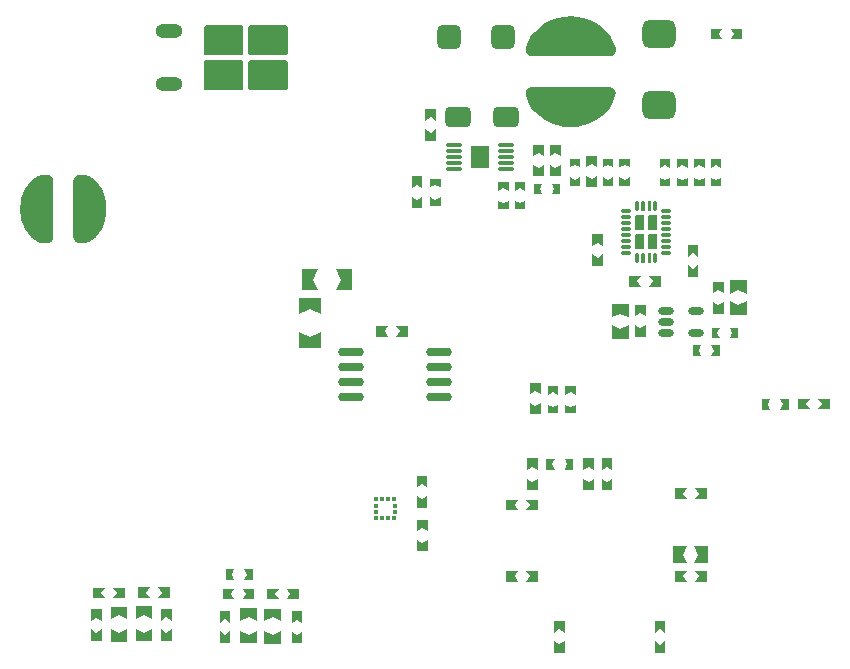
<source format=gtp>
G04 Layer_Color=8421504*
%FSLAX24Y24*%
%MOIN*%
G70*
G01*
G75*
%ADD11R,0.0157X0.0118*%
%ADD12R,0.0118X0.0157*%
%ADD15O,0.0850X0.0295*%
G04:AMPARAMS|DCode=23|XSize=82.7mil|YSize=78.7mil|CornerRadius=19.7mil|HoleSize=0mil|Usage=FLASHONLY|Rotation=90.000|XOffset=0mil|YOffset=0mil|HoleType=Round|Shape=RoundedRectangle|*
%AMROUNDEDRECTD23*
21,1,0.0827,0.0394,0,0,90.0*
21,1,0.0433,0.0787,0,0,90.0*
1,1,0.0394,0.0197,0.0217*
1,1,0.0394,0.0197,-0.0217*
1,1,0.0394,-0.0197,-0.0217*
1,1,0.0394,-0.0197,0.0217*
%
%ADD23ROUNDEDRECTD23*%
%ADD24O,0.0335X0.0118*%
%ADD25O,0.0118X0.0335*%
G04:AMPARAMS|DCode=30|XSize=94.5mil|YSize=110.2mil|CornerRadius=23.6mil|HoleSize=0mil|Usage=FLASHONLY|Rotation=270.000|XOffset=0mil|YOffset=0mil|HoleType=Round|Shape=RoundedRectangle|*
%AMROUNDEDRECTD30*
21,1,0.0945,0.0630,0,0,270.0*
21,1,0.0472,0.1102,0,0,270.0*
1,1,0.0472,-0.0315,-0.0236*
1,1,0.0472,-0.0315,0.0236*
1,1,0.0472,0.0315,0.0236*
1,1,0.0472,0.0315,-0.0236*
%
%ADD30ROUNDEDRECTD30*%
%ADD33O,0.0571X0.0118*%
%ADD34R,0.0610X0.0728*%
G04:AMPARAMS|DCode=35|XSize=86.6mil|YSize=68.9mil|CornerRadius=17.2mil|HoleSize=0mil|Usage=FLASHONLY|Rotation=0.000|XOffset=0mil|YOffset=0mil|HoleType=Round|Shape=RoundedRectangle|*
%AMROUNDEDRECTD35*
21,1,0.0866,0.0344,0,0,0.0*
21,1,0.0522,0.0689,0,0,0.0*
1,1,0.0344,0.0261,-0.0172*
1,1,0.0344,-0.0261,-0.0172*
1,1,0.0344,-0.0261,0.0172*
1,1,0.0344,0.0261,0.0172*
%
%ADD35ROUNDEDRECTD35*%
%ADD36O,0.0531X0.0236*%
%ADD96O,0.0906X0.0454*%
G36*
X48730Y29478D02*
X48376D01*
Y29872D01*
X48553Y29754D01*
X48730Y29872D01*
Y29478D01*
D02*
G37*
G36*
X49341D02*
X48986D01*
Y29872D01*
X49163Y29754D01*
X49341Y29872D01*
Y29478D01*
D02*
G37*
G36*
X43169Y29577D02*
X42992Y29695D01*
X42815Y29577D01*
Y29970D01*
X43169D01*
Y29577D01*
D02*
G37*
G36*
X46851Y29478D02*
X46496D01*
Y29872D01*
X46673Y29754D01*
X46851Y29872D01*
Y29478D01*
D02*
G37*
G36*
X49341Y30148D02*
X49163Y30266D01*
X48986Y30148D01*
Y30541D01*
X49341D01*
Y30148D01*
D02*
G37*
G36*
X47343Y30345D02*
X47421Y30167D01*
X47146D01*
Y30522D01*
X47421D01*
X47343Y30345D01*
D02*
G37*
G36*
X46851Y30148D02*
X46673Y30266D01*
X46496Y30148D01*
Y30541D01*
X46851D01*
Y30148D01*
D02*
G37*
G36*
X48730D02*
X48553Y30266D01*
X48376Y30148D01*
Y30541D01*
X48730D01*
Y30148D01*
D02*
G37*
G36*
X52490Y29193D02*
X52097D01*
X52215Y29370D01*
X52097Y29547D01*
X52490D01*
Y29193D01*
D02*
G37*
G36*
X43189Y27441D02*
X42835D01*
Y27835D01*
X43012Y27717D01*
X43189Y27835D01*
Y27441D01*
D02*
G37*
G36*
Y28110D02*
X43012Y28228D01*
X42835Y28110D01*
Y28504D01*
X43189D01*
Y28110D01*
D02*
G37*
G36*
X51693Y27333D02*
X51821Y27047D01*
X51368D01*
Y27618D01*
X51821D01*
X51693Y27333D01*
D02*
G37*
G36*
X52530Y27047D02*
X52077D01*
X52205Y27333D01*
X52077Y27618D01*
X52530D01*
Y27047D01*
D02*
G37*
G36*
X43169Y28907D02*
X42815D01*
Y29301D01*
X42992Y29183D01*
X43169Y29301D01*
Y28907D01*
D02*
G37*
G36*
X51703Y29370D02*
X51821Y29193D01*
X51427D01*
Y29547D01*
X51821D01*
X51703Y29370D01*
D02*
G37*
G36*
X46083Y28986D02*
X46201Y28809D01*
X45807D01*
Y29163D01*
X46201D01*
X46083Y28986D01*
D02*
G37*
G36*
X46870Y28809D02*
X46476D01*
X46595Y28986D01*
X46476Y29163D01*
X46870D01*
Y28809D01*
D02*
G37*
G36*
X52234Y34134D02*
X52313Y33957D01*
X52037D01*
Y34311D01*
X52313D01*
X52234Y34134D01*
D02*
G37*
G36*
X52923Y33957D02*
X52647D01*
X52726Y34134D01*
X52647Y34311D01*
X52923D01*
Y33957D01*
D02*
G37*
G36*
X47539Y32667D02*
X47362Y32746D01*
X47185Y32667D01*
Y32943D01*
X47539D01*
Y32667D01*
D02*
G37*
G36*
X46949Y32677D02*
X46772Y32795D01*
X46595Y32677D01*
Y33071D01*
X46949D01*
Y32677D01*
D02*
G37*
G36*
X41752Y34783D02*
X41870Y34606D01*
X41476D01*
Y34961D01*
X41870D01*
X41752Y34783D01*
D02*
G37*
G36*
X42539Y34606D02*
X42146D01*
X42264Y34783D01*
X42146Y34961D01*
X42539D01*
Y34606D01*
D02*
G37*
G36*
X52844Y34724D02*
X52923Y34547D01*
X52648D01*
Y34902D01*
X52923D01*
X52844Y34724D01*
D02*
G37*
G36*
X53533Y34547D02*
X53258D01*
X53336Y34724D01*
X53258Y34902D01*
X53533D01*
Y34547D01*
D02*
G37*
G36*
X48130Y32667D02*
X47953Y32746D01*
X47776Y32667D01*
Y32943D01*
X48130D01*
Y32667D01*
D02*
G37*
G36*
X55216Y32165D02*
X54941D01*
X55019Y32343D01*
X54941Y32520D01*
X55216D01*
Y32165D01*
D02*
G37*
G36*
X55807Y32362D02*
X55925Y32185D01*
X55532D01*
Y32539D01*
X55925D01*
X55807Y32362D01*
D02*
G37*
G36*
X48031Y30167D02*
X47756D01*
X47835Y30345D01*
X47756Y30522D01*
X48031D01*
Y30167D01*
D02*
G37*
G36*
X54528Y32343D02*
X54606Y32165D01*
X54331D01*
Y32520D01*
X54606D01*
X54528Y32343D01*
D02*
G37*
G36*
X47539Y32057D02*
X47185D01*
Y32333D01*
X47362Y32254D01*
X47539Y32333D01*
Y32057D01*
D02*
G37*
G36*
X46949Y32008D02*
X46595D01*
Y32402D01*
X46772Y32284D01*
X46949Y32402D01*
Y32008D01*
D02*
G37*
G36*
X56594Y32185D02*
X56201D01*
X56319Y32362D01*
X56201Y32539D01*
X56594D01*
Y32185D01*
D02*
G37*
G36*
X48130Y32057D02*
X47776D01*
Y32333D01*
X47953Y32254D01*
X48130Y32333D01*
Y32057D01*
D02*
G37*
G36*
X47756Y24734D02*
X47579Y24852D01*
X47402Y24734D01*
Y25128D01*
X47756D01*
Y24734D01*
D02*
G37*
G36*
X39006Y25049D02*
X38829Y25167D01*
X38652Y25049D01*
Y25443D01*
X39006D01*
Y25049D01*
D02*
G37*
G36*
X34006Y24449D02*
X33455D01*
Y24862D01*
X33730Y24734D01*
X34006Y24862D01*
Y24449D01*
D02*
G37*
G36*
X34656Y24459D02*
X34301D01*
Y24852D01*
X34478Y24734D01*
X34656Y24852D01*
Y24459D01*
D02*
G37*
G36*
X38297Y25118D02*
X38022Y25246D01*
X37746Y25118D01*
Y25531D01*
X38297D01*
Y25118D01*
D02*
G37*
G36*
X34656Y25128D02*
X34478Y25246D01*
X34301Y25128D01*
Y25522D01*
X34656D01*
Y25128D01*
D02*
G37*
G36*
X36614Y25059D02*
X36437Y25177D01*
X36260Y25059D01*
Y25453D01*
X36614D01*
Y25059D01*
D02*
G37*
G36*
X32323Y25118D02*
X32146Y25236D01*
X31969Y25118D01*
Y25512D01*
X32323D01*
Y25118D01*
D02*
G37*
G36*
X51102Y24724D02*
X50925Y24843D01*
X50748Y24724D01*
Y25118D01*
X51102D01*
Y24724D01*
D02*
G37*
G36*
X38297Y24370D02*
X37746D01*
Y24783D01*
X38022Y24656D01*
X38297Y24783D01*
Y24370D01*
D02*
G37*
G36*
X39006Y24380D02*
X38652D01*
Y24774D01*
X38829Y24656D01*
X39006Y24774D01*
Y24380D01*
D02*
G37*
G36*
X51102Y24055D02*
X50748D01*
Y24449D01*
X50925Y24331D01*
X51102Y24449D01*
Y24055D01*
D02*
G37*
G36*
X47756Y24065D02*
X47402D01*
Y24459D01*
X47579Y24341D01*
X47756Y24459D01*
Y24065D01*
D02*
G37*
G36*
X33169Y24439D02*
X32618D01*
Y24852D01*
X32894Y24724D01*
X33169Y24852D01*
Y24439D01*
D02*
G37*
G36*
X32323Y24449D02*
X31969D01*
Y24843D01*
X32146Y24724D01*
X32323Y24843D01*
Y24449D01*
D02*
G37*
G36*
X36614Y24390D02*
X36260D01*
Y24783D01*
X36437Y24665D01*
X36614Y24783D01*
Y24390D01*
D02*
G37*
G36*
X37490Y24380D02*
X36939D01*
Y24793D01*
X37215Y24665D01*
X37490Y24793D01*
Y24380D01*
D02*
G37*
G36*
X46083Y26614D02*
X46201Y26437D01*
X45807D01*
Y26791D01*
X46201D01*
X46083Y26614D01*
D02*
G37*
G36*
X46870Y26437D02*
X46476D01*
X46595Y26614D01*
X46476Y26791D01*
X46870D01*
Y26437D01*
D02*
G37*
G36*
X33809Y26064D02*
X33927Y25887D01*
X33533D01*
Y26241D01*
X33927D01*
X33809Y26064D01*
D02*
G37*
G36*
X34596Y25887D02*
X34203D01*
X34321Y26064D01*
X34203Y26241D01*
X34596D01*
Y25887D01*
D02*
G37*
G36*
X36663Y26663D02*
X36742Y26486D01*
X36467D01*
Y26841D01*
X36742D01*
X36663Y26663D01*
D02*
G37*
G36*
X37352Y26486D02*
X37077D01*
X37155Y26663D01*
X37077Y26841D01*
X37352D01*
Y26486D01*
D02*
G37*
G36*
X51713Y26614D02*
X51831Y26437D01*
X51437D01*
Y26791D01*
X51831D01*
X51713Y26614D01*
D02*
G37*
G36*
X52500Y26437D02*
X52106D01*
X52225Y26614D01*
X52106Y26791D01*
X52500D01*
Y26437D01*
D02*
G37*
G36*
X33091Y25886D02*
X32697D01*
X32815Y26063D01*
X32697Y26240D01*
X33091D01*
Y25886D01*
D02*
G37*
G36*
X34006Y25197D02*
X33730Y25325D01*
X33455Y25197D01*
Y25610D01*
X34006D01*
Y25197D01*
D02*
G37*
G36*
X36624Y26023D02*
X36742Y25846D01*
X36348D01*
Y26200D01*
X36742D01*
X36624Y26023D01*
D02*
G37*
G36*
X37490Y25128D02*
X37215Y25256D01*
X36939Y25128D01*
Y25541D01*
X37490D01*
Y25128D01*
D02*
G37*
G36*
X33169Y25187D02*
X32894Y25315D01*
X32618Y25187D01*
Y25600D01*
X33169D01*
Y25187D01*
D02*
G37*
G36*
X38888Y25846D02*
X38494D01*
X38612Y26024D01*
X38494Y26201D01*
X38888D01*
Y25846D01*
D02*
G37*
G36*
X32303Y26063D02*
X32421Y25886D01*
X32028D01*
Y26240D01*
X32421D01*
X32303Y26063D01*
D02*
G37*
G36*
X37411Y25846D02*
X37018D01*
X37136Y26023D01*
X37018Y26200D01*
X37411D01*
Y25846D01*
D02*
G37*
G36*
X38100Y26024D02*
X38219Y25846D01*
X37825D01*
Y26201D01*
X38219D01*
X38100Y26024D01*
D02*
G37*
G36*
X48829Y39577D02*
X48474D01*
Y39970D01*
X48652Y39852D01*
X48829Y39970D01*
Y39577D01*
D02*
G37*
G36*
X47067Y39941D02*
X46713D01*
Y40335D01*
X46890Y40217D01*
X47067Y40335D01*
Y39941D01*
D02*
G37*
G36*
X49380Y39636D02*
X49026D01*
Y39911D01*
X49203Y39833D01*
X49380Y39911D01*
Y39636D01*
D02*
G37*
G36*
X49931D02*
X49577D01*
Y39911D01*
X49754Y39833D01*
X49931Y39911D01*
Y39636D01*
D02*
G37*
G36*
X51850Y40236D02*
X51673Y40315D01*
X51496Y40236D01*
Y40512D01*
X51850D01*
Y40236D01*
D02*
G37*
G36*
X52421D02*
X52244Y40315D01*
X52067Y40236D01*
Y40512D01*
X52421D01*
Y40236D01*
D02*
G37*
G36*
X47618Y39941D02*
X47264D01*
Y40335D01*
X47441Y40217D01*
X47618Y40335D01*
Y39941D01*
D02*
G37*
G36*
X51280Y40236D02*
X51102Y40315D01*
X50925Y40236D01*
Y40512D01*
X51280D01*
Y40236D01*
D02*
G37*
G36*
X48278Y39636D02*
X47923D01*
Y39911D01*
X48100Y39833D01*
X48278Y39911D01*
Y39636D01*
D02*
G37*
G36*
X43012Y39547D02*
X42835Y39665D01*
X42657Y39547D01*
Y39941D01*
X43012D01*
Y39547D01*
D02*
G37*
G36*
X43622Y39577D02*
X43445Y39655D01*
X43268Y39577D01*
Y39852D01*
X43622D01*
Y39577D01*
D02*
G37*
G36*
X45886Y39468D02*
X45709Y39547D01*
X45532Y39468D01*
Y39744D01*
X45886D01*
Y39468D01*
D02*
G37*
G36*
X46437Y39469D02*
X46260Y39547D01*
X46083Y39469D01*
Y39744D01*
X46437D01*
Y39469D01*
D02*
G37*
G36*
X52421Y39626D02*
X52067D01*
Y39902D01*
X52244Y39823D01*
X52421Y39902D01*
Y39626D01*
D02*
G37*
G36*
X52972D02*
X52618D01*
Y39902D01*
X52795Y39823D01*
X52972Y39902D01*
Y39626D01*
D02*
G37*
G36*
X51280D02*
X50925D01*
Y39902D01*
X51102Y39823D01*
X51280Y39902D01*
Y39626D01*
D02*
G37*
G36*
X51850D02*
X51496D01*
Y39902D01*
X51673Y39823D01*
X51850Y39902D01*
Y39626D01*
D02*
G37*
G36*
X38476Y43811D02*
X38507Y43780D01*
X38523Y43740D01*
X38523Y43719D01*
X38523Y43719D01*
X38523Y42922D01*
X38523Y42900D01*
X38506Y42860D01*
X38474Y42829D01*
X38434Y42813D01*
X38412Y42814D01*
X38412Y42814D01*
X37312Y42814D01*
X37290Y42814D01*
X37250Y42831D01*
X37220Y42863D01*
X37204Y42903D01*
X37204Y42925D01*
X37204Y43719D01*
Y43730D01*
X37208Y43750D01*
X37216Y43770D01*
X37228Y43787D01*
X37235Y43794D01*
X37235Y43794D01*
X37243Y43802D01*
X37262Y43815D01*
X37282Y43823D01*
X37304Y43827D01*
X37315Y43827D01*
X37315Y43827D01*
X38415Y43827D01*
X38436Y43827D01*
X38476Y43811D01*
D02*
G37*
G36*
X48175Y45263D02*
X48393Y45218D01*
X48604Y45146D01*
X48803Y45045D01*
X48987Y44920D01*
X49153Y44771D01*
X49155Y44768D01*
X49260Y44642D01*
X49344Y44500D01*
X49406Y44348D01*
X49448Y44213D01*
X49456Y44140D01*
X49437Y44069D01*
X49394Y44010D01*
X49332Y43971D01*
X49260Y43957D01*
X46654D01*
X46580Y43972D01*
X46516Y44012D01*
X46471Y44073D01*
X46452Y44146D01*
X46460Y44221D01*
X46501Y44351D01*
X46561Y44501D01*
X46645Y44641D01*
X46748Y44766D01*
X46753Y44771D01*
X46919Y44920D01*
X47103Y45045D01*
X47302Y45146D01*
X47512Y45218D01*
X47730Y45263D01*
X47953Y45277D01*
X48175Y45263D01*
D02*
G37*
G36*
X43464Y41791D02*
X43287Y41909D01*
X43110Y41791D01*
Y42185D01*
X43464D01*
Y41791D01*
D02*
G37*
G36*
X35839Y43827D02*
X36939D01*
X36961Y43827D01*
X37001Y43810D01*
X37031Y43778D01*
X37047Y43738D01*
X37047Y43716D01*
X37047Y43716D01*
X37047Y42922D01*
Y42911D01*
X37043Y42891D01*
X37035Y42871D01*
X37023Y42854D01*
X37016Y42846D01*
X37016Y42846D01*
X37008Y42839D01*
X36989Y42826D01*
X36969Y42818D01*
X36947Y42813D01*
X36936Y42813D01*
X36936Y42813D01*
X35837Y42813D01*
X35815Y42813D01*
X35775Y42830D01*
X35744Y42860D01*
X35728Y42900D01*
X35728Y42922D01*
X35728Y42922D01*
X35728Y43719D01*
X35728Y43741D01*
X35745Y43781D01*
X35777Y43811D01*
X35817Y43827D01*
X35839Y43827D01*
D02*
G37*
G36*
X37000Y44981D02*
X37031Y44951D01*
X37047Y44911D01*
X37047Y44889D01*
X37047Y44889D01*
X37047Y44092D01*
X37047Y44070D01*
X37030Y44030D01*
X36998Y44000D01*
X36958Y43984D01*
X36936Y43984D01*
X36936Y43984D01*
X35836Y43984D01*
X35814Y43985D01*
X35774Y44002D01*
X35744Y44033D01*
X35728Y44074D01*
X35728Y44095D01*
X35728Y44890D01*
Y44900D01*
X35732Y44921D01*
X35740Y44940D01*
X35752Y44958D01*
X35759Y44965D01*
X35759Y44965D01*
X35767Y44973D01*
X35786Y44985D01*
X35806Y44994D01*
X35828Y44998D01*
X35839Y44998D01*
X35839Y44998D01*
X36939Y44998D01*
X36960Y44998D01*
X37000Y44981D01*
D02*
G37*
G36*
X38476D02*
X38507Y44951D01*
X38523Y44911D01*
X38523Y44889D01*
X38523Y44889D01*
X38523Y44092D01*
X38523Y44070D01*
X38506Y44030D01*
X38474Y44000D01*
X38434Y43984D01*
X38412Y43984D01*
X38412Y43984D01*
X37312Y43984D01*
X37290Y43985D01*
X37250Y44002D01*
X37220Y44033D01*
X37204Y44074D01*
X37204Y44095D01*
X37204Y44890D01*
Y44900D01*
X37208Y44921D01*
X37216Y44940D01*
X37228Y44958D01*
X37235Y44965D01*
X37235Y44965D01*
X37243Y44973D01*
X37262Y44985D01*
X37282Y44994D01*
X37304Y44998D01*
X37315Y44998D01*
X37315Y44998D01*
X38415Y44998D01*
X38436Y44998D01*
X38476Y44981D01*
D02*
G37*
G36*
X52894Y44685D02*
X53012Y44508D01*
X52618D01*
Y44862D01*
X53012D01*
X52894Y44685D01*
D02*
G37*
G36*
X53681Y44508D02*
X53287D01*
X53406Y44685D01*
X53287Y44862D01*
X53681D01*
Y44508D01*
D02*
G37*
G36*
X49326Y42899D02*
X49390Y42858D01*
X49435Y42797D01*
X49454Y42724D01*
X49445Y42649D01*
X49405Y42520D01*
X49344Y42369D01*
X49261Y42229D01*
X49157Y42104D01*
X49153Y42099D01*
X48987Y41950D01*
X48803Y41825D01*
X48604Y41725D01*
X48393Y41652D01*
X48175Y41607D01*
X47953Y41593D01*
X47730Y41607D01*
X47512Y41652D01*
X47302Y41725D01*
X47103Y41825D01*
X46919Y41950D01*
X46753Y42099D01*
X46751Y42102D01*
X46645Y42228D01*
X46561Y42370D01*
X46500Y42523D01*
X46458Y42657D01*
X46449Y42730D01*
X46468Y42801D01*
X46512Y42860D01*
X46574Y42899D01*
X46646Y42913D01*
X49252D01*
X49326Y42899D01*
D02*
G37*
G36*
X49380Y40246D02*
X49203Y40324D01*
X49026Y40246D01*
Y40521D01*
X49380D01*
Y40246D01*
D02*
G37*
G36*
X49931D02*
X49754Y40324D01*
X49577Y40246D01*
Y40521D01*
X49931D01*
Y40246D01*
D02*
G37*
G36*
X52972Y40236D02*
X52795Y40315D01*
X52618Y40236D01*
Y40512D01*
X52972D01*
Y40236D01*
D02*
G37*
G36*
X48278Y40246D02*
X48100Y40324D01*
X47923Y40246D01*
Y40521D01*
X48278D01*
Y40246D01*
D02*
G37*
G36*
X47618Y40610D02*
X47441Y40728D01*
X47264Y40610D01*
Y41004D01*
X47618D01*
Y40610D01*
D02*
G37*
G36*
X43464Y41122D02*
X43110D01*
Y41516D01*
X43287Y41398D01*
X43464Y41516D01*
Y41122D01*
D02*
G37*
G36*
X48829Y40246D02*
X48652Y40364D01*
X48474Y40246D01*
Y40640D01*
X48829D01*
Y40246D01*
D02*
G37*
G36*
X47067Y40610D02*
X46890Y40728D01*
X46713Y40610D01*
Y41004D01*
X47067D01*
Y40610D01*
D02*
G37*
G36*
X40679Y36142D02*
X40128D01*
X40285Y36496D01*
X40128Y36850D01*
X40679D01*
Y36142D01*
D02*
G37*
G36*
X50177Y36447D02*
X50295Y36270D01*
X49902D01*
Y36624D01*
X50295D01*
X50177Y36447D01*
D02*
G37*
G36*
X53051Y36043D02*
X52874Y36161D01*
X52697Y36043D01*
Y36437D01*
X53051D01*
Y36043D01*
D02*
G37*
G36*
X39380Y36496D02*
X39537Y36142D01*
X38986D01*
Y36850D01*
X39537D01*
X39380Y36496D01*
D02*
G37*
G36*
X50402Y37380D02*
X50417Y37342D01*
Y37106D01*
X50402Y37069D01*
X50364Y37053D01*
X50327Y37069D01*
X50311Y37106D01*
Y37342D01*
X50327Y37380D01*
X50364Y37396D01*
X50402Y37380D01*
D02*
G37*
G36*
X50618D02*
X50634Y37342D01*
Y37106D01*
X50618Y37069D01*
X50581Y37053D01*
X50543Y37069D01*
X50527Y37106D01*
Y37342D01*
X50543Y37380D01*
X50581Y37396D01*
X50618Y37380D01*
D02*
G37*
G36*
X50965Y36270D02*
X50571D01*
X50689Y36447D01*
X50571Y36624D01*
X50965D01*
Y36270D01*
D02*
G37*
G36*
X52205Y36594D02*
X51850D01*
Y36988D01*
X52027Y36870D01*
X52205Y36988D01*
Y36594D01*
D02*
G37*
G36*
X53829Y36033D02*
X53543Y36161D01*
X53258Y36033D01*
Y36486D01*
X53829D01*
Y36033D01*
D02*
G37*
G36*
X50453Y34606D02*
X50098D01*
Y35000D01*
X50276Y34882D01*
X50453Y35000D01*
Y34606D01*
D02*
G37*
G36*
X49892Y35246D02*
X49606Y35374D01*
X49321Y35246D01*
Y35699D01*
X49892D01*
Y35246D01*
D02*
G37*
G36*
X39616Y34213D02*
X38907D01*
Y34764D01*
X39262Y34606D01*
X39616Y34764D01*
Y34213D01*
D02*
G37*
G36*
X49892Y34537D02*
X49321D01*
Y34990D01*
X49606Y34862D01*
X49892Y34990D01*
Y34537D01*
D02*
G37*
G36*
X53051Y35374D02*
X52697D01*
Y35768D01*
X52874Y35650D01*
X53051Y35768D01*
Y35374D01*
D02*
G37*
G36*
X53829Y35325D02*
X53258D01*
Y35778D01*
X53543Y35650D01*
X53829Y35778D01*
Y35325D01*
D02*
G37*
G36*
X50453Y35276D02*
X50276Y35394D01*
X50098Y35276D01*
Y35669D01*
X50453D01*
Y35276D01*
D02*
G37*
G36*
X39616Y35354D02*
X39262Y35512D01*
X38907Y35354D01*
Y35906D01*
X39616D01*
Y35354D01*
D02*
G37*
G36*
X45886Y38858D02*
X45532D01*
Y39134D01*
X45709Y39055D01*
X45886Y39134D01*
Y38858D01*
D02*
G37*
G36*
X46437Y38858D02*
X46083D01*
Y39134D01*
X46260Y39055D01*
X46437Y39134D01*
Y38858D01*
D02*
G37*
G36*
X50402Y39112D02*
X50417Y39075D01*
Y38839D01*
X50402Y38801D01*
X50364Y38785D01*
X50327Y38801D01*
X50311Y38839D01*
Y39075D01*
X50327Y39112D01*
X50364Y39128D01*
X50402Y39112D01*
D02*
G37*
G36*
X50618D02*
X50634Y39075D01*
Y38839D01*
X50618Y38801D01*
X50581Y38785D01*
X50543Y38801D01*
X50527Y38839D01*
Y39075D01*
X50543Y39112D01*
X50581Y39128D01*
X50618Y39112D01*
D02*
G37*
G36*
X46920Y39528D02*
X46998Y39350D01*
X46723D01*
Y39705D01*
X46998D01*
X46920Y39528D01*
D02*
G37*
G36*
X47608Y39350D02*
X47333D01*
X47411Y39528D01*
X47333Y39705D01*
X47608D01*
Y39350D01*
D02*
G37*
G36*
X43012Y38878D02*
X42657D01*
Y39272D01*
X42835Y39154D01*
X43012Y39272D01*
Y38878D01*
D02*
G37*
G36*
X43622Y38967D02*
X43268D01*
Y39242D01*
X43445Y39163D01*
X43622Y39242D01*
Y38967D01*
D02*
G37*
G36*
X50817Y38655D02*
X50839Y38634D01*
X50846Y38604D01*
Y38211D01*
X50839Y38181D01*
X50817Y38159D01*
X50787Y38152D01*
X50591D01*
X50561Y38159D01*
X50539Y38181D01*
X50532Y38211D01*
Y38604D01*
X50539Y38634D01*
X50561Y38655D01*
X50591Y38663D01*
X50787D01*
X50817Y38655D01*
D02*
G37*
G36*
X50384Y38025D02*
X50405Y38004D01*
X50413Y37974D01*
Y37581D01*
X50405Y37551D01*
X50384Y37529D01*
X50354Y37522D01*
X50157D01*
X50128Y37529D01*
X50106Y37551D01*
X50098Y37581D01*
Y37974D01*
X50106Y38004D01*
X50128Y38025D01*
X50157Y38033D01*
X50354D01*
X50384Y38025D01*
D02*
G37*
G36*
X50817D02*
X50839Y38004D01*
X50846Y37974D01*
Y37581D01*
X50839Y37551D01*
X50817Y37529D01*
X50787Y37522D01*
X50591D01*
X50561Y37529D01*
X50539Y37551D01*
X50532Y37581D01*
Y37974D01*
X50539Y38004D01*
X50561Y38025D01*
X50591Y38033D01*
X50787D01*
X50817Y38025D01*
D02*
G37*
G36*
X49035Y36949D02*
X48681D01*
Y37343D01*
X48858Y37224D01*
X49035Y37343D01*
Y36949D01*
D02*
G37*
G36*
X52205Y37264D02*
X52027Y37382D01*
X51850Y37264D01*
Y37657D01*
X52205D01*
Y37264D01*
D02*
G37*
G36*
X31775Y39988D02*
X31890Y39953D01*
X31996Y39896D01*
X32090Y39820D01*
X32120Y39790D01*
X32232Y39661D01*
X32325Y39519D01*
X32397Y39365D01*
X32399Y39362D01*
X32444Y39222D01*
X32471Y39077D01*
X32480Y38930D01*
X32480Y38799D01*
X32471Y38644D01*
X32442Y38491D01*
X32394Y38343D01*
X32394Y38342D01*
X32324Y38194D01*
X32234Y38057D01*
X32127Y37934D01*
X32084Y37891D01*
X31993Y37817D01*
X31891Y37762D01*
X31779Y37728D01*
X31663Y37717D01*
X31594D01*
X31528Y37727D01*
X31467Y37758D01*
X31419Y37806D01*
X31389Y37866D01*
X31378Y37933D01*
Y39783D01*
X31389Y39850D01*
X31419Y39911D01*
X31467Y39959D01*
X31528Y39989D01*
X31594Y40000D01*
X31655D01*
X31775Y39988D01*
D02*
G37*
G36*
X50384Y38655D02*
X50405Y38634D01*
X50413Y38604D01*
Y38211D01*
X50405Y38181D01*
X50384Y38159D01*
X50354Y38152D01*
X50157D01*
X50128Y38159D01*
X50106Y38181D01*
X50098Y38211D01*
Y38604D01*
X50106Y38634D01*
X50128Y38655D01*
X50157Y38663D01*
X50354D01*
X50384Y38655D01*
D02*
G37*
G36*
X49035Y37618D02*
X48858Y37736D01*
X48681Y37618D01*
Y38012D01*
X49035D01*
Y37618D01*
D02*
G37*
G36*
X30559Y39989D02*
X30619Y39959D01*
X30667Y39911D01*
X30698Y39850D01*
X30709Y39783D01*
Y37933D01*
X30698Y37866D01*
X30667Y37806D01*
X30619Y37758D01*
X30559Y37727D01*
X30492Y37717D01*
X30432D01*
X30312Y37728D01*
X30197Y37763D01*
X30090Y37820D01*
X29997Y37897D01*
X29967Y37927D01*
X29855Y38055D01*
X29762Y38197D01*
X29689Y38351D01*
X29688Y38354D01*
X29643Y38495D01*
X29615Y38639D01*
X29606Y38786D01*
X29606Y38917D01*
X29616Y39073D01*
X29645Y39226D01*
X29693Y39374D01*
X29693Y39375D01*
X29763Y39522D01*
X29852Y39659D01*
X29960Y39783D01*
X30003Y39826D01*
X30093Y39900D01*
X30196Y39955D01*
X30307Y39989D01*
X30423Y40000D01*
X30492D01*
X30559Y39989D01*
D02*
G37*
D11*
X41457Y28770D02*
D03*
Y28967D02*
D03*
X42087D02*
D03*
Y28770D02*
D03*
D12*
X41476Y29183D02*
D03*
X41673D02*
D03*
X41870D02*
D03*
X42067D02*
D03*
Y28553D02*
D03*
X41870D02*
D03*
X41673D02*
D03*
X41476D02*
D03*
D15*
X40620Y32575D02*
D03*
Y33575D02*
D03*
Y34075D02*
D03*
X43570Y32575D02*
D03*
Y33575D02*
D03*
Y34075D02*
D03*
X40620Y33075D02*
D03*
X43570D02*
D03*
D23*
X43898Y44587D02*
D03*
X45709D02*
D03*
D24*
X51142Y37401D02*
D03*
Y37598D02*
D03*
Y37795D02*
D03*
Y37992D02*
D03*
Y38189D02*
D03*
Y38386D02*
D03*
Y38583D02*
D03*
Y38779D02*
D03*
X49803D02*
D03*
Y38583D02*
D03*
Y38386D02*
D03*
Y38189D02*
D03*
Y37992D02*
D03*
Y37795D02*
D03*
Y37598D02*
D03*
Y37401D02*
D03*
D25*
X50768Y38957D02*
D03*
X50177D02*
D03*
X50768Y37224D02*
D03*
X50177D02*
D03*
D30*
X50906Y44684D02*
D03*
Y42324D02*
D03*
D33*
X44055Y40994D02*
D03*
Y40797D02*
D03*
Y40600D02*
D03*
Y40404D02*
D03*
Y40207D02*
D03*
X45787D02*
D03*
Y40404D02*
D03*
Y40600D02*
D03*
Y40797D02*
D03*
Y40994D02*
D03*
D34*
X44921Y40600D02*
D03*
D35*
X44193Y41929D02*
D03*
X45807D02*
D03*
D36*
X51132Y34715D02*
D03*
X52116D02*
D03*
X51132Y35463D02*
D03*
X52116D02*
D03*
X51132Y35089D02*
D03*
D96*
X34567Y43008D02*
D03*
Y44803D02*
D03*
M02*

</source>
